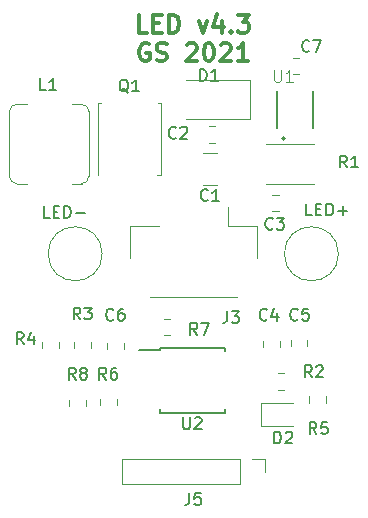
<source format=gbr>
%TF.GenerationSoftware,KiCad,Pcbnew,6.0.6-3a73a75311~116~ubuntu22.04.1*%
%TF.CreationDate,2022-08-06T20:48:40+02:00*%
%TF.ProjectId,buck_3a_v4,6275636b-5f33-4615-9f76-342e6b696361,rev?*%
%TF.SameCoordinates,Original*%
%TF.FileFunction,Legend,Top*%
%TF.FilePolarity,Positive*%
%FSLAX46Y46*%
G04 Gerber Fmt 4.6, Leading zero omitted, Abs format (unit mm)*
G04 Created by KiCad (PCBNEW 6.0.6-3a73a75311~116~ubuntu22.04.1) date 2022-08-06 20:48:40*
%MOMM*%
%LPD*%
G01*
G04 APERTURE LIST*
%ADD10C,0.300000*%
%ADD11C,0.150000*%
%ADD12C,0.015000*%
%ADD13C,0.120000*%
%ADD14C,0.200000*%
%ADD15C,0.127000*%
G04 APERTURE END LIST*
D10*
X46107142Y-31271071D02*
X45392857Y-31271071D01*
X45392857Y-29771071D01*
X46607142Y-30485357D02*
X47107142Y-30485357D01*
X47321428Y-31271071D02*
X46607142Y-31271071D01*
X46607142Y-29771071D01*
X47321428Y-29771071D01*
X47964285Y-31271071D02*
X47964285Y-29771071D01*
X48321428Y-29771071D01*
X48535714Y-29842500D01*
X48678571Y-29985357D01*
X48750000Y-30128214D01*
X48821428Y-30413928D01*
X48821428Y-30628214D01*
X48750000Y-30913928D01*
X48678571Y-31056785D01*
X48535714Y-31199642D01*
X48321428Y-31271071D01*
X47964285Y-31271071D01*
X50464285Y-30271071D02*
X50821428Y-31271071D01*
X51178571Y-30271071D01*
X52392857Y-30271071D02*
X52392857Y-31271071D01*
X52035714Y-29699642D02*
X51678571Y-30771071D01*
X52607142Y-30771071D01*
X53178571Y-31128214D02*
X53250000Y-31199642D01*
X53178571Y-31271071D01*
X53107142Y-31199642D01*
X53178571Y-31128214D01*
X53178571Y-31271071D01*
X53750000Y-29771071D02*
X54678571Y-29771071D01*
X54178571Y-30342500D01*
X54392857Y-30342500D01*
X54535714Y-30413928D01*
X54607142Y-30485357D01*
X54678571Y-30628214D01*
X54678571Y-30985357D01*
X54607142Y-31128214D01*
X54535714Y-31199642D01*
X54392857Y-31271071D01*
X53964285Y-31271071D01*
X53821428Y-31199642D01*
X53750000Y-31128214D01*
X46250000Y-32257500D02*
X46107142Y-32186071D01*
X45892857Y-32186071D01*
X45678571Y-32257500D01*
X45535714Y-32400357D01*
X45464285Y-32543214D01*
X45392857Y-32828928D01*
X45392857Y-33043214D01*
X45464285Y-33328928D01*
X45535714Y-33471785D01*
X45678571Y-33614642D01*
X45892857Y-33686071D01*
X46035714Y-33686071D01*
X46250000Y-33614642D01*
X46321428Y-33543214D01*
X46321428Y-33043214D01*
X46035714Y-33043214D01*
X46892857Y-33614642D02*
X47107142Y-33686071D01*
X47464285Y-33686071D01*
X47607142Y-33614642D01*
X47678571Y-33543214D01*
X47750000Y-33400357D01*
X47750000Y-33257500D01*
X47678571Y-33114642D01*
X47607142Y-33043214D01*
X47464285Y-32971785D01*
X47178571Y-32900357D01*
X47035714Y-32828928D01*
X46964285Y-32757500D01*
X46892857Y-32614642D01*
X46892857Y-32471785D01*
X46964285Y-32328928D01*
X47035714Y-32257500D01*
X47178571Y-32186071D01*
X47535714Y-32186071D01*
X47750000Y-32257500D01*
X49464285Y-32328928D02*
X49535714Y-32257500D01*
X49678571Y-32186071D01*
X50035714Y-32186071D01*
X50178571Y-32257500D01*
X50250000Y-32328928D01*
X50321428Y-32471785D01*
X50321428Y-32614642D01*
X50250000Y-32828928D01*
X49392857Y-33686071D01*
X50321428Y-33686071D01*
X51250000Y-32186071D02*
X51392857Y-32186071D01*
X51535714Y-32257500D01*
X51607142Y-32328928D01*
X51678571Y-32471785D01*
X51750000Y-32757500D01*
X51750000Y-33114642D01*
X51678571Y-33400357D01*
X51607142Y-33543214D01*
X51535714Y-33614642D01*
X51392857Y-33686071D01*
X51250000Y-33686071D01*
X51107142Y-33614642D01*
X51035714Y-33543214D01*
X50964285Y-33400357D01*
X50892857Y-33114642D01*
X50892857Y-32757500D01*
X50964285Y-32471785D01*
X51035714Y-32328928D01*
X51107142Y-32257500D01*
X51250000Y-32186071D01*
X52321428Y-32328928D02*
X52392857Y-32257500D01*
X52535714Y-32186071D01*
X52892857Y-32186071D01*
X53035714Y-32257500D01*
X53107142Y-32328928D01*
X53178571Y-32471785D01*
X53178571Y-32614642D01*
X53107142Y-32828928D01*
X52250000Y-33686071D01*
X53178571Y-33686071D01*
X54607142Y-33686071D02*
X53750000Y-33686071D01*
X54178571Y-33686071D02*
X54178571Y-32186071D01*
X54035714Y-32400357D01*
X53892857Y-32543214D01*
X53750000Y-32614642D01*
D11*
%TO.C,R8*%
X40033333Y-60652380D02*
X39700000Y-60176190D01*
X39461904Y-60652380D02*
X39461904Y-59652380D01*
X39842857Y-59652380D01*
X39938095Y-59700000D01*
X39985714Y-59747619D01*
X40033333Y-59842857D01*
X40033333Y-59985714D01*
X39985714Y-60080952D01*
X39938095Y-60128571D01*
X39842857Y-60176190D01*
X39461904Y-60176190D01*
X40604761Y-60080952D02*
X40509523Y-60033333D01*
X40461904Y-59985714D01*
X40414285Y-59890476D01*
X40414285Y-59842857D01*
X40461904Y-59747619D01*
X40509523Y-59700000D01*
X40604761Y-59652380D01*
X40795238Y-59652380D01*
X40890476Y-59700000D01*
X40938095Y-59747619D01*
X40985714Y-59842857D01*
X40985714Y-59890476D01*
X40938095Y-59985714D01*
X40890476Y-60033333D01*
X40795238Y-60080952D01*
X40604761Y-60080952D01*
X40509523Y-60128571D01*
X40461904Y-60176190D01*
X40414285Y-60271428D01*
X40414285Y-60461904D01*
X40461904Y-60557142D01*
X40509523Y-60604761D01*
X40604761Y-60652380D01*
X40795238Y-60652380D01*
X40890476Y-60604761D01*
X40938095Y-60557142D01*
X40985714Y-60461904D01*
X40985714Y-60271428D01*
X40938095Y-60176190D01*
X40890476Y-60128571D01*
X40795238Y-60080952D01*
%TO.C,C3*%
X56733333Y-47857142D02*
X56685714Y-47904761D01*
X56542857Y-47952380D01*
X56447619Y-47952380D01*
X56304761Y-47904761D01*
X56209523Y-47809523D01*
X56161904Y-47714285D01*
X56114285Y-47523809D01*
X56114285Y-47380952D01*
X56161904Y-47190476D01*
X56209523Y-47095238D01*
X56304761Y-47000000D01*
X56447619Y-46952380D01*
X56542857Y-46952380D01*
X56685714Y-47000000D01*
X56733333Y-47047619D01*
X57066666Y-46952380D02*
X57685714Y-46952380D01*
X57352380Y-47333333D01*
X57495238Y-47333333D01*
X57590476Y-47380952D01*
X57638095Y-47428571D01*
X57685714Y-47523809D01*
X57685714Y-47761904D01*
X57638095Y-47857142D01*
X57590476Y-47904761D01*
X57495238Y-47952380D01*
X57209523Y-47952380D01*
X57114285Y-47904761D01*
X57066666Y-47857142D01*
%TO.C,C7*%
X59833333Y-32807142D02*
X59785714Y-32854761D01*
X59642857Y-32902380D01*
X59547619Y-32902380D01*
X59404761Y-32854761D01*
X59309523Y-32759523D01*
X59261904Y-32664285D01*
X59214285Y-32473809D01*
X59214285Y-32330952D01*
X59261904Y-32140476D01*
X59309523Y-32045238D01*
X59404761Y-31950000D01*
X59547619Y-31902380D01*
X59642857Y-31902380D01*
X59785714Y-31950000D01*
X59833333Y-31997619D01*
X60166666Y-31902380D02*
X60833333Y-31902380D01*
X60404761Y-32902380D01*
%TO.C,C1*%
X51233333Y-45437142D02*
X51185714Y-45484761D01*
X51042857Y-45532380D01*
X50947619Y-45532380D01*
X50804761Y-45484761D01*
X50709523Y-45389523D01*
X50661904Y-45294285D01*
X50614285Y-45103809D01*
X50614285Y-44960952D01*
X50661904Y-44770476D01*
X50709523Y-44675238D01*
X50804761Y-44580000D01*
X50947619Y-44532380D01*
X51042857Y-44532380D01*
X51185714Y-44580000D01*
X51233333Y-44627619D01*
X52185714Y-45532380D02*
X51614285Y-45532380D01*
X51900000Y-45532380D02*
X51900000Y-44532380D01*
X51804761Y-44675238D01*
X51709523Y-44770476D01*
X51614285Y-44818095D01*
%TO.C,L1*%
X37533333Y-36152380D02*
X37057142Y-36152380D01*
X37057142Y-35152380D01*
X38390476Y-36152380D02*
X37819047Y-36152380D01*
X38104761Y-36152380D02*
X38104761Y-35152380D01*
X38009523Y-35295238D01*
X37914285Y-35390476D01*
X37819047Y-35438095D01*
%TO.C,D1*%
X50561904Y-35352380D02*
X50561904Y-34352380D01*
X50800000Y-34352380D01*
X50942857Y-34400000D01*
X51038095Y-34495238D01*
X51085714Y-34590476D01*
X51133333Y-34780952D01*
X51133333Y-34923809D01*
X51085714Y-35114285D01*
X51038095Y-35209523D01*
X50942857Y-35304761D01*
X50800000Y-35352380D01*
X50561904Y-35352380D01*
X52085714Y-35352380D02*
X51514285Y-35352380D01*
X51800000Y-35352380D02*
X51800000Y-34352380D01*
X51704761Y-34495238D01*
X51609523Y-34590476D01*
X51514285Y-34638095D01*
%TO.C,C6*%
X43233333Y-55557142D02*
X43185714Y-55604761D01*
X43042857Y-55652380D01*
X42947619Y-55652380D01*
X42804761Y-55604761D01*
X42709523Y-55509523D01*
X42661904Y-55414285D01*
X42614285Y-55223809D01*
X42614285Y-55080952D01*
X42661904Y-54890476D01*
X42709523Y-54795238D01*
X42804761Y-54700000D01*
X42947619Y-54652380D01*
X43042857Y-54652380D01*
X43185714Y-54700000D01*
X43233333Y-54747619D01*
X44090476Y-54652380D02*
X43900000Y-54652380D01*
X43804761Y-54700000D01*
X43757142Y-54747619D01*
X43661904Y-54890476D01*
X43614285Y-55080952D01*
X43614285Y-55461904D01*
X43661904Y-55557142D01*
X43709523Y-55604761D01*
X43804761Y-55652380D01*
X43995238Y-55652380D01*
X44090476Y-55604761D01*
X44138095Y-55557142D01*
X44185714Y-55461904D01*
X44185714Y-55223809D01*
X44138095Y-55128571D01*
X44090476Y-55080952D01*
X43995238Y-55033333D01*
X43804761Y-55033333D01*
X43709523Y-55080952D01*
X43661904Y-55128571D01*
X43614285Y-55223809D01*
%TO.C,LED+*%
X60038095Y-46752380D02*
X59561904Y-46752380D01*
X59561904Y-45752380D01*
X60371428Y-46228571D02*
X60704761Y-46228571D01*
X60847619Y-46752380D02*
X60371428Y-46752380D01*
X60371428Y-45752380D01*
X60847619Y-45752380D01*
X61276190Y-46752380D02*
X61276190Y-45752380D01*
X61514285Y-45752380D01*
X61657142Y-45800000D01*
X61752380Y-45895238D01*
X61800000Y-45990476D01*
X61847619Y-46180952D01*
X61847619Y-46323809D01*
X61800000Y-46514285D01*
X61752380Y-46609523D01*
X61657142Y-46704761D01*
X61514285Y-46752380D01*
X61276190Y-46752380D01*
X62276190Y-46371428D02*
X63038095Y-46371428D01*
X62657142Y-46752380D02*
X62657142Y-45990476D01*
%TO.C,LED-*%
X37838095Y-46952380D02*
X37361904Y-46952380D01*
X37361904Y-45952380D01*
X38171428Y-46428571D02*
X38504761Y-46428571D01*
X38647619Y-46952380D02*
X38171428Y-46952380D01*
X38171428Y-45952380D01*
X38647619Y-45952380D01*
X39076190Y-46952380D02*
X39076190Y-45952380D01*
X39314285Y-45952380D01*
X39457142Y-46000000D01*
X39552380Y-46095238D01*
X39600000Y-46190476D01*
X39647619Y-46380952D01*
X39647619Y-46523809D01*
X39600000Y-46714285D01*
X39552380Y-46809523D01*
X39457142Y-46904761D01*
X39314285Y-46952380D01*
X39076190Y-46952380D01*
X40076190Y-46571428D02*
X40838095Y-46571428D01*
%TO.C,J3*%
X52866666Y-54852380D02*
X52866666Y-55566666D01*
X52819047Y-55709523D01*
X52723809Y-55804761D01*
X52580952Y-55852380D01*
X52485714Y-55852380D01*
X53247619Y-54852380D02*
X53866666Y-54852380D01*
X53533333Y-55233333D01*
X53676190Y-55233333D01*
X53771428Y-55280952D01*
X53819047Y-55328571D01*
X53866666Y-55423809D01*
X53866666Y-55661904D01*
X53819047Y-55757142D01*
X53771428Y-55804761D01*
X53676190Y-55852380D01*
X53390476Y-55852380D01*
X53295238Y-55804761D01*
X53247619Y-55757142D01*
%TO.C,J5*%
X49666666Y-70252380D02*
X49666666Y-70966666D01*
X49619047Y-71109523D01*
X49523809Y-71204761D01*
X49380952Y-71252380D01*
X49285714Y-71252380D01*
X50619047Y-70252380D02*
X50142857Y-70252380D01*
X50095238Y-70728571D01*
X50142857Y-70680952D01*
X50238095Y-70633333D01*
X50476190Y-70633333D01*
X50571428Y-70680952D01*
X50619047Y-70728571D01*
X50666666Y-70823809D01*
X50666666Y-71061904D01*
X50619047Y-71157142D01*
X50571428Y-71204761D01*
X50476190Y-71252380D01*
X50238095Y-71252380D01*
X50142857Y-71204761D01*
X50095238Y-71157142D01*
%TO.C,U2*%
X49134095Y-63852380D02*
X49134095Y-64661904D01*
X49181714Y-64757142D01*
X49229333Y-64804761D01*
X49324571Y-64852380D01*
X49515047Y-64852380D01*
X49610285Y-64804761D01*
X49657904Y-64757142D01*
X49705523Y-64661904D01*
X49705523Y-63852380D01*
X50134095Y-63947619D02*
X50181714Y-63900000D01*
X50276952Y-63852380D01*
X50515047Y-63852380D01*
X50610285Y-63900000D01*
X50657904Y-63947619D01*
X50705523Y-64042857D01*
X50705523Y-64138095D01*
X50657904Y-64280952D01*
X50086476Y-64852380D01*
X50705523Y-64852380D01*
D12*
%TO.C,U1*%
X56838095Y-34452380D02*
X56838095Y-35261904D01*
X56885714Y-35357142D01*
X56933333Y-35404761D01*
X57028571Y-35452380D01*
X57219047Y-35452380D01*
X57314285Y-35404761D01*
X57361904Y-35357142D01*
X57409523Y-35261904D01*
X57409523Y-34452380D01*
X58409523Y-35452380D02*
X57838095Y-35452380D01*
X58123809Y-35452380D02*
X58123809Y-34452380D01*
X58028571Y-34595238D01*
X57933333Y-34690476D01*
X57838095Y-34738095D01*
D11*
%TO.C,R7*%
X50333333Y-56852380D02*
X50000000Y-56376190D01*
X49761904Y-56852380D02*
X49761904Y-55852380D01*
X50142857Y-55852380D01*
X50238095Y-55900000D01*
X50285714Y-55947619D01*
X50333333Y-56042857D01*
X50333333Y-56185714D01*
X50285714Y-56280952D01*
X50238095Y-56328571D01*
X50142857Y-56376190D01*
X49761904Y-56376190D01*
X50666666Y-55852380D02*
X51333333Y-55852380D01*
X50904761Y-56852380D01*
%TO.C,R6*%
X42633333Y-60652380D02*
X42300000Y-60176190D01*
X42061904Y-60652380D02*
X42061904Y-59652380D01*
X42442857Y-59652380D01*
X42538095Y-59700000D01*
X42585714Y-59747619D01*
X42633333Y-59842857D01*
X42633333Y-59985714D01*
X42585714Y-60080952D01*
X42538095Y-60128571D01*
X42442857Y-60176190D01*
X42061904Y-60176190D01*
X43490476Y-59652380D02*
X43300000Y-59652380D01*
X43204761Y-59700000D01*
X43157142Y-59747619D01*
X43061904Y-59890476D01*
X43014285Y-60080952D01*
X43014285Y-60461904D01*
X43061904Y-60557142D01*
X43109523Y-60604761D01*
X43204761Y-60652380D01*
X43395238Y-60652380D01*
X43490476Y-60604761D01*
X43538095Y-60557142D01*
X43585714Y-60461904D01*
X43585714Y-60223809D01*
X43538095Y-60128571D01*
X43490476Y-60080952D01*
X43395238Y-60033333D01*
X43204761Y-60033333D01*
X43109523Y-60080952D01*
X43061904Y-60128571D01*
X43014285Y-60223809D01*
%TO.C,R5*%
X60433333Y-65252380D02*
X60100000Y-64776190D01*
X59861904Y-65252380D02*
X59861904Y-64252380D01*
X60242857Y-64252380D01*
X60338095Y-64300000D01*
X60385714Y-64347619D01*
X60433333Y-64442857D01*
X60433333Y-64585714D01*
X60385714Y-64680952D01*
X60338095Y-64728571D01*
X60242857Y-64776190D01*
X59861904Y-64776190D01*
X61338095Y-64252380D02*
X60861904Y-64252380D01*
X60814285Y-64728571D01*
X60861904Y-64680952D01*
X60957142Y-64633333D01*
X61195238Y-64633333D01*
X61290476Y-64680952D01*
X61338095Y-64728571D01*
X61385714Y-64823809D01*
X61385714Y-65061904D01*
X61338095Y-65157142D01*
X61290476Y-65204761D01*
X61195238Y-65252380D01*
X60957142Y-65252380D01*
X60861904Y-65204761D01*
X60814285Y-65157142D01*
%TO.C,R4*%
X35633333Y-57652380D02*
X35300000Y-57176190D01*
X35061904Y-57652380D02*
X35061904Y-56652380D01*
X35442857Y-56652380D01*
X35538095Y-56700000D01*
X35585714Y-56747619D01*
X35633333Y-56842857D01*
X35633333Y-56985714D01*
X35585714Y-57080952D01*
X35538095Y-57128571D01*
X35442857Y-57176190D01*
X35061904Y-57176190D01*
X36490476Y-56985714D02*
X36490476Y-57652380D01*
X36252380Y-56604761D02*
X36014285Y-57319047D01*
X36633333Y-57319047D01*
%TO.C,R3*%
X40433333Y-55552380D02*
X40100000Y-55076190D01*
X39861904Y-55552380D02*
X39861904Y-54552380D01*
X40242857Y-54552380D01*
X40338095Y-54600000D01*
X40385714Y-54647619D01*
X40433333Y-54742857D01*
X40433333Y-54885714D01*
X40385714Y-54980952D01*
X40338095Y-55028571D01*
X40242857Y-55076190D01*
X39861904Y-55076190D01*
X40766666Y-54552380D02*
X41385714Y-54552380D01*
X41052380Y-54933333D01*
X41195238Y-54933333D01*
X41290476Y-54980952D01*
X41338095Y-55028571D01*
X41385714Y-55123809D01*
X41385714Y-55361904D01*
X41338095Y-55457142D01*
X41290476Y-55504761D01*
X41195238Y-55552380D01*
X40909523Y-55552380D01*
X40814285Y-55504761D01*
X40766666Y-55457142D01*
%TO.C,R2*%
X60033333Y-60452380D02*
X59700000Y-59976190D01*
X59461904Y-60452380D02*
X59461904Y-59452380D01*
X59842857Y-59452380D01*
X59938095Y-59500000D01*
X59985714Y-59547619D01*
X60033333Y-59642857D01*
X60033333Y-59785714D01*
X59985714Y-59880952D01*
X59938095Y-59928571D01*
X59842857Y-59976190D01*
X59461904Y-59976190D01*
X60414285Y-59547619D02*
X60461904Y-59500000D01*
X60557142Y-59452380D01*
X60795238Y-59452380D01*
X60890476Y-59500000D01*
X60938095Y-59547619D01*
X60985714Y-59642857D01*
X60985714Y-59738095D01*
X60938095Y-59880952D01*
X60366666Y-60452380D01*
X60985714Y-60452380D01*
%TO.C,R1*%
X63013333Y-42688380D02*
X62680000Y-42212190D01*
X62441904Y-42688380D02*
X62441904Y-41688380D01*
X62822857Y-41688380D01*
X62918095Y-41736000D01*
X62965714Y-41783619D01*
X63013333Y-41878857D01*
X63013333Y-42021714D01*
X62965714Y-42116952D01*
X62918095Y-42164571D01*
X62822857Y-42212190D01*
X62441904Y-42212190D01*
X63965714Y-42688380D02*
X63394285Y-42688380D01*
X63680000Y-42688380D02*
X63680000Y-41688380D01*
X63584761Y-41831238D01*
X63489523Y-41926476D01*
X63394285Y-41974095D01*
%TO.C,Q1*%
X44504761Y-36347619D02*
X44409523Y-36300000D01*
X44314285Y-36204761D01*
X44171428Y-36061904D01*
X44076190Y-36014285D01*
X43980952Y-36014285D01*
X44028571Y-36252380D02*
X43933333Y-36204761D01*
X43838095Y-36109523D01*
X43790476Y-35919047D01*
X43790476Y-35585714D01*
X43838095Y-35395238D01*
X43933333Y-35300000D01*
X44028571Y-35252380D01*
X44219047Y-35252380D01*
X44314285Y-35300000D01*
X44409523Y-35395238D01*
X44457142Y-35585714D01*
X44457142Y-35919047D01*
X44409523Y-36109523D01*
X44314285Y-36204761D01*
X44219047Y-36252380D01*
X44028571Y-36252380D01*
X45409523Y-36252380D02*
X44838095Y-36252380D01*
X45123809Y-36252380D02*
X45123809Y-35252380D01*
X45028571Y-35395238D01*
X44933333Y-35490476D01*
X44838095Y-35538095D01*
%TO.C,D2*%
X56861904Y-66052380D02*
X56861904Y-65052380D01*
X57100000Y-65052380D01*
X57242857Y-65100000D01*
X57338095Y-65195238D01*
X57385714Y-65290476D01*
X57433333Y-65480952D01*
X57433333Y-65623809D01*
X57385714Y-65814285D01*
X57338095Y-65909523D01*
X57242857Y-66004761D01*
X57100000Y-66052380D01*
X56861904Y-66052380D01*
X57814285Y-65147619D02*
X57861904Y-65100000D01*
X57957142Y-65052380D01*
X58195238Y-65052380D01*
X58290476Y-65100000D01*
X58338095Y-65147619D01*
X58385714Y-65242857D01*
X58385714Y-65338095D01*
X58338095Y-65480952D01*
X57766666Y-66052380D01*
X58385714Y-66052380D01*
%TO.C,C5*%
X58833333Y-55557142D02*
X58785714Y-55604761D01*
X58642857Y-55652380D01*
X58547619Y-55652380D01*
X58404761Y-55604761D01*
X58309523Y-55509523D01*
X58261904Y-55414285D01*
X58214285Y-55223809D01*
X58214285Y-55080952D01*
X58261904Y-54890476D01*
X58309523Y-54795238D01*
X58404761Y-54700000D01*
X58547619Y-54652380D01*
X58642857Y-54652380D01*
X58785714Y-54700000D01*
X58833333Y-54747619D01*
X59738095Y-54652380D02*
X59261904Y-54652380D01*
X59214285Y-55128571D01*
X59261904Y-55080952D01*
X59357142Y-55033333D01*
X59595238Y-55033333D01*
X59690476Y-55080952D01*
X59738095Y-55128571D01*
X59785714Y-55223809D01*
X59785714Y-55461904D01*
X59738095Y-55557142D01*
X59690476Y-55604761D01*
X59595238Y-55652380D01*
X59357142Y-55652380D01*
X59261904Y-55604761D01*
X59214285Y-55557142D01*
%TO.C,C4*%
X56233333Y-55557142D02*
X56185714Y-55604761D01*
X56042857Y-55652380D01*
X55947619Y-55652380D01*
X55804761Y-55604761D01*
X55709523Y-55509523D01*
X55661904Y-55414285D01*
X55614285Y-55223809D01*
X55614285Y-55080952D01*
X55661904Y-54890476D01*
X55709523Y-54795238D01*
X55804761Y-54700000D01*
X55947619Y-54652380D01*
X56042857Y-54652380D01*
X56185714Y-54700000D01*
X56233333Y-54747619D01*
X57090476Y-54985714D02*
X57090476Y-55652380D01*
X56852380Y-54604761D02*
X56614285Y-55319047D01*
X57233333Y-55319047D01*
%TO.C,C2*%
X48533333Y-40157142D02*
X48485714Y-40204761D01*
X48342857Y-40252380D01*
X48247619Y-40252380D01*
X48104761Y-40204761D01*
X48009523Y-40109523D01*
X47961904Y-40014285D01*
X47914285Y-39823809D01*
X47914285Y-39680952D01*
X47961904Y-39490476D01*
X48009523Y-39395238D01*
X48104761Y-39300000D01*
X48247619Y-39252380D01*
X48342857Y-39252380D01*
X48485714Y-39300000D01*
X48533333Y-39347619D01*
X48914285Y-39347619D02*
X48961904Y-39300000D01*
X49057142Y-39252380D01*
X49295238Y-39252380D01*
X49390476Y-39300000D01*
X49438095Y-39347619D01*
X49485714Y-39442857D01*
X49485714Y-39538095D01*
X49438095Y-39680952D01*
X48866666Y-40252380D01*
X49485714Y-40252380D01*
D13*
%TO.C,R8*%
X40910000Y-62341422D02*
X40910000Y-62858578D01*
X39490000Y-62341422D02*
X39490000Y-62858578D01*
%TO.C,C3*%
X56703922Y-44990000D02*
X57221078Y-44990000D01*
X56703922Y-46410000D02*
X57221078Y-46410000D01*
%TO.C,C7*%
X58441422Y-33390000D02*
X58958578Y-33390000D01*
X58441422Y-34810000D02*
X58958578Y-34810000D01*
%TO.C,C1*%
X52002064Y-44160000D02*
X50797936Y-44160000D01*
X52002064Y-41440000D02*
X50797936Y-41440000D01*
%TO.C,L1*%
X35900000Y-44060000D02*
X35050000Y-44060000D01*
X34440000Y-43450000D02*
X34440000Y-37950000D01*
X35050000Y-37340000D02*
X35900000Y-37340000D01*
X39700000Y-37340000D02*
X40550000Y-37340000D01*
X40550000Y-44060000D02*
X39700000Y-44060000D01*
X41160000Y-37950000D02*
X41160000Y-43450000D01*
X41160000Y-37950000D02*
G75*
G03*
X40550000Y-37340000I-610000J0D01*
G01*
X40550000Y-44060000D02*
G75*
G03*
X41160000Y-43450000I0J610000D01*
G01*
X35050000Y-37340000D02*
G75*
G03*
X34440000Y-37950000I0J-610000D01*
G01*
X34440000Y-43450000D02*
G75*
G03*
X35050000Y-44060000I610000J0D01*
G01*
%TO.C,D1*%
X54800000Y-38550000D02*
X54800000Y-35250000D01*
X54800000Y-35250000D02*
X49400000Y-35250000D01*
X54800000Y-38550000D02*
X49400000Y-38550000D01*
%TO.C,C6*%
X44110000Y-58058578D02*
X44110000Y-57541422D01*
X42690000Y-58058578D02*
X42690000Y-57541422D01*
%TO.C,LED+*%
X62286000Y-50000000D02*
G75*
G03*
X62286000Y-50000000I-2286000J0D01*
G01*
%TO.C,LED-*%
X42286000Y-50000000D02*
G75*
G03*
X42286000Y-50000000I-2286000J0D01*
G01*
%TO.C,J3*%
X55360000Y-50390000D02*
X55360000Y-47640000D01*
X55360000Y-47640000D02*
X52910000Y-47640000D01*
X52910000Y-47640000D02*
X52910000Y-46050000D01*
X44640000Y-50390000D02*
X44640000Y-47640000D01*
X44640000Y-47640000D02*
X47090000Y-47640000D01*
X53690000Y-53660000D02*
X46310000Y-53660000D01*
%TO.C,J5*%
X43936000Y-67406000D02*
X43936000Y-69526000D01*
X53996000Y-67406000D02*
X43936000Y-67406000D01*
X53996000Y-69526000D02*
X43936000Y-69526000D01*
X53996000Y-67406000D02*
X53996000Y-69526000D01*
X54996000Y-67406000D02*
X56056000Y-67406000D01*
X56056000Y-67406000D02*
X56056000Y-68466000D01*
D11*
%TO.C,U2*%
X47146000Y-57961000D02*
X47146000Y-58166000D01*
X52646000Y-57961000D02*
X52646000Y-58261000D01*
X52646000Y-63471000D02*
X52646000Y-63171000D01*
X47146000Y-63471000D02*
X47146000Y-63171000D01*
X47146000Y-57961000D02*
X52646000Y-57961000D01*
X47146000Y-63471000D02*
X52646000Y-63471000D01*
X47146000Y-58166000D02*
X45396000Y-58166000D01*
D14*
%TO.C,U1*%
X57750000Y-40245000D02*
G75*
G03*
X57750000Y-40245000I-100000J0D01*
G01*
D15*
X57050000Y-39350000D02*
X57050000Y-36250000D01*
X60150000Y-39350000D02*
X60150000Y-36250000D01*
D13*
%TO.C,R7*%
X47541422Y-55490000D02*
X48058578Y-55490000D01*
X47541422Y-56910000D02*
X48058578Y-56910000D01*
%TO.C,R6*%
X42136000Y-62837078D02*
X42136000Y-62319922D01*
X43556000Y-62837078D02*
X43556000Y-62319922D01*
%TO.C,R5*%
X59790000Y-62596078D02*
X59790000Y-62078922D01*
X61210000Y-62596078D02*
X61210000Y-62078922D01*
%TO.C,R4*%
X37236000Y-57974578D02*
X37236000Y-57457422D01*
X38656000Y-57974578D02*
X38656000Y-57457422D01*
%TO.C,R3*%
X41306000Y-57457422D02*
X41306000Y-57974578D01*
X39886000Y-57457422D02*
X39886000Y-57974578D01*
%TO.C,R2*%
X57704578Y-61526000D02*
X57187422Y-61526000D01*
X57704578Y-60106000D02*
X57187422Y-60106000D01*
%TO.C,R1*%
X60252064Y-44110000D02*
X56147936Y-44110000D01*
X60252064Y-40690000D02*
X56147936Y-40690000D01*
%TO.C,Q1*%
X47285000Y-37240000D02*
X47285000Y-43360000D01*
X41915000Y-37240000D02*
X41915000Y-43360000D01*
X46935000Y-43360000D02*
X47285000Y-43360000D01*
X46985000Y-37240000D02*
X47285000Y-37240000D01*
X42215000Y-37240000D02*
X41915000Y-37240000D01*
%TO.C,D2*%
X58437500Y-62640000D02*
X55752500Y-62640000D01*
X55752500Y-62640000D02*
X55752500Y-64560000D01*
X55752500Y-64560000D02*
X58437500Y-64560000D01*
%TO.C,C5*%
X58236000Y-57837078D02*
X58236000Y-57319922D01*
X59656000Y-57837078D02*
X59656000Y-57319922D01*
%TO.C,C4*%
X55936000Y-57874578D02*
X55936000Y-57357422D01*
X57356000Y-57874578D02*
X57356000Y-57357422D01*
%TO.C,C2*%
X51858578Y-40610000D02*
X51341422Y-40610000D01*
X51858578Y-39190000D02*
X51341422Y-39190000D01*
%TD*%
M02*

</source>
